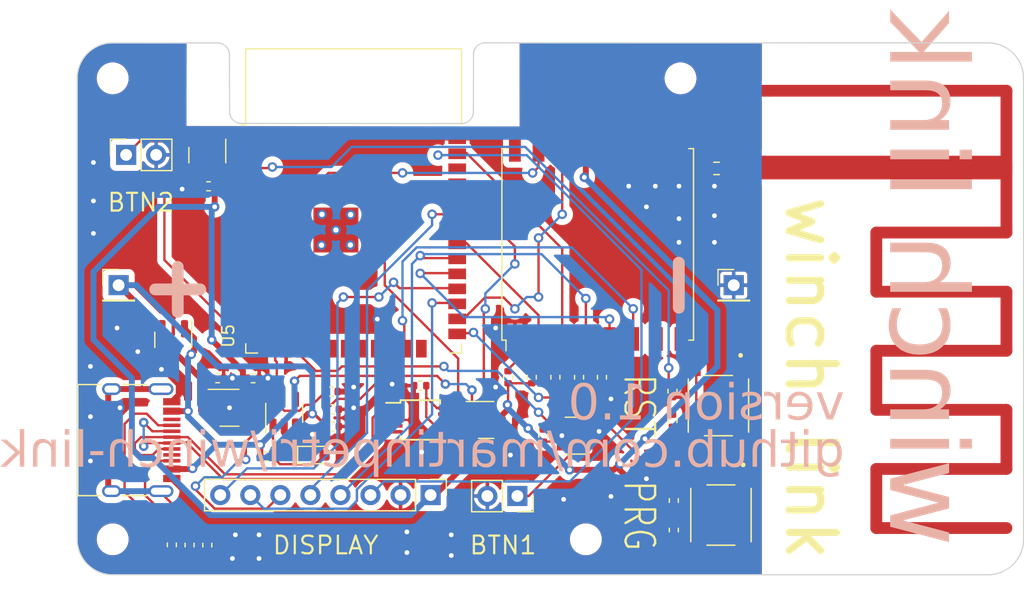
<source format=kicad_pcb>
(kicad_pcb (version 20221018) (generator pcbnew)
  (layers (0 "F.Cu" signal) (31 "B.Cu" signal) (34 "B.Paste" user) (35 "F.Paste" user) (36 "B.SilkS" user "B.Silkscreen") (37 "F.SilkS" user "F.Silkscreen") (38 "B.Mask" user) (39 "F.Mask" user) (44 "Edge.Cuts" user))
  (net 0 "")
  (net 1 "RFM_SPI_CS")
  (net 2 "SPI_MOSI")
  (net 3 "SPI_SCK")
  (net 4 "DISP_SPI_CS")
  (net 5 "RFM_RESET")
  (net 6 "Net-(U8-CE)")
  (net 7 "RFM_DIO1")
  (net 8 "RFM_DIO0")
  (net 9 "VDD")
  (net 10 "VBUS")
  (net 11 "Net-(D1-K)")
  (net 12 "GND")
  (net 13 "VBAT")
  (net 14 "RESET")
  (net 15 "Net-(J1-CC2)")
  (net 16 "Net-(J1-SHIELD)")
  (net 17 "Net-(J1-CC1)")
  (net 18 "Net-(U2-PROG)")
  (net 22 "Net-(PCB_Antenna1-ANT)")
  (net 24 "PRG_TX")
  (net 25 "PRG_RX")
  (net 29 "Net-(U3-UD-)")
  (net 30 "Net-(U3-UD+)")
  (net 40 "DISP_DC")
  (net 41 "PRG_JP")
  (net 42 "Net-(J2-Pin_1)")
  (net 50 "Net-(J3-Pin_1)")
  (net 51 "DISP_RST")
  (net 52 "DISP_BUSY")
  (net 55 "BUTTON1")
  (net 56 "BUTTON2")
  (net 59 "SPI_MISO")
  (net 60 "Net-(U1-ANT)")
  (net 61 "Net-(D1-A)")
  (net 62 "Net-(Q1-S)")
  (footprint "RF_Module:HOPERF_RFM9XW_SMD" (layer "F.Cu") (at 151.37868 99.428577 90)
    (fp_text reference "U1" hide)
    (fp_text value "RFM95W-868S2")
  )
  (footprint "Package_SO:MSOP-10_3x3mm_P0.5mm" (layer "F.Cu") (at 136.384279 114.281036)
    (fp_text reference "U3" hide)
    (fp_text value "CH340E" hide)
  )
  (footprint "Resistor_SMD:R_0402_1005Metric" (layer "F.Cu") (at 151.738967 110.665922 -90)
    (fp_text reference "R4" hide)
    (fp_text value "10k" hide)
  )
  (footprint "Resistor_SMD:R_0402_1005Metric" (layer "F.Cu") (at 147.804194 110.665922 90)
    (fp_text reference "R8" hide)
    (fp_text value "10k" hide)
  )
  (footprint "Resistor_SMD:R_0402_1005Metric" (layer "F.Cu") (at 157.814302 123.595439 90)
    (fp_text reference "R12" hide)
    (fp_text value "10k" hide)
  )
  (footprint "Resistor_SMD:R_0402_1005Metric" (layer "F.Cu") (at 157.814302 121.095439 90)
    (fp_text reference "C7" hide)
    (fp_text value "100nF" hide)
  )
  (footprint "Lora:pcb antenna" (layer "F.Cu") (at 176.431465 101.925699)
    (fp_text reference "PCB_Antenna1" hide)
    (fp_text value "~" hide)
  )
  (footprint "Resistor_SMD:R_0402_1005Metric" (layer "F.Cu") (at 157.700803 111.844517 90)
    (fp_text reference "C6" hide)
    (fp_text value "100nF" hide)
  )
  (footprint "Resistor_SMD:R_0402_1005Metric" (layer "F.Cu") (at 136.37868 111.37868 180)
    (fp_text reference "C5" hide)
    (fp_text value "100nF" hide)
  )
  (footprint "TS-1187A-B-A-B:SW_TS-1187A-B-A-B" (layer "F.Cu") (at 161.584572 113.065863 -90)
    (fp_text reference "SW1" hide)
    (fp_text value "RST")
  )
  (footprint "Package_TO_SOT_SMD:SOT-143" (layer "F.Cu") (at 149.281055 115.608982 180)
    (fp_text reference "U7" hide)
    (fp_text value "MAX6816" hide)
  )
  (footprint "TS-1187A-B-A-B:SW_TS-1187A-B-A-B" (layer "F.Cu") (at 161.798829 122.326763 -90)
    (fp_text reference "SW2" hide)
    (fp_text value "PRG" hide)
  )
  (footprint "Connector_PinHeader_2.54mm:PinHeader_1x01_P2.54mm_Vertical" (layer "F.Cu") (at 162.87868 102.87868)
    (fp_text reference "J6" hide)
    (fp_text value "BAT GND" hide)
  )
  (footprint "MountingHole:MountingHole_2.2mm_M2" (layer "F.Cu") (at 158.37868 85.37868)
    (fp_text reference "REF**" hide)
    (fp_text value "MountingHole_2.2mm_M2" hide)
  )
  (footprint "Resistor_SMD:R_0402_1005Metric" (layer "F.Cu") (at 143.804194 110.665922 90)
    (fp_text reference "R6" hide)
    (fp_text value "10k" hide)
  )
  (footprint "Resistor_SMD:R_0402_1005Metric" (layer "F.Cu") (at 116.87868 124.865121 -90)
    (fp_text reference "R1" hide)
    (fp_text value "5.11k" hide)
  )
  (footprint "LED_SMD:LED_0603_1608Metric" (layer "F.Cu") (at 127.5 117.25)
    (fp_text reference "D1" hide)
    (fp_text value "LED_Small" hide)
  )
  (footprint "Resistor_SMD:R_0402_1005Metric" (layer "F.Cu") (at 122.25 110.75)
    (fp_text reference "C11" hide)
    (fp_text value "1uF" hide)
  )
  (footprint "Connector_PinHeader_2.54mm:PinHeader_1x01_P2.54mm_Vertical" (layer "F.Cu") (at 110.87868 102.87868)
    (fp_text reference "J4" hide)
    (fp_text value "VBAT" hide)
  )
  (footprint "Resistor_SMD:R_0402_1005Metric" (layer "F.Cu") (at 123.36868 117.37868 180)
    (fp_text reference "R10" hide)
    (fp_text value "470" hide)
  )
  (footprint "Connector_PinSocket_2.54mm:PinSocket_1x02_P2.54mm_Vertical" (layer "F.Cu") (at 144.590711 120.716921 -90)
    (fp_text reference "J3" hide)
    (fp_text value "Conn_01x02_Pin" hide)
  )
  (footprint "MountingHole:MountingHole_2.2mm_M2" (layer "F.Cu") (at 110.37868 85.37868)
    (fp_text reference "REF**" hide)
    (fp_text value "MountingHole_2.2mm_M2" hide)
  )
  (footprint "RF_Module:ESP32-WROOM-32D" (layer "F.Cu") (at 130.75 98.74)
    (fp_text reference "U5")
    (fp_text value "ESP32-WROOM-32D" hide)
  )
  (footprint "Resistor_SMD:R_0402_1005Metric" (layer "F.Cu") (at 128.983209 114.831082 180)
    (fp_text reference "C4" hide)
    (fp_text value "4.7uF" hide)
  )
  (footprint "Resistor_SMD:R_0402_1005Metric" (layer "F.Cu") (at 149.804194 110.665922 90)
    (fp_text reference "R5" hide)
    (fp_text value "10k" hide)
  )
  (footprint "Resistor_SMD:R_0402_1005Metric" (layer "F.Cu") (at 128.983209 113.37868)
    (fp_text reference "C3" hide)
    (fp_text value "4.7uF" hide)
  )
  (footprint "Resistor_SMD:R_0402_1005Metric" (layer "F.Cu") (at 119.25 110.75)
    (fp_text reference "C10" hide)
    (fp_text value "1uF" hide)
  )
  (footprint "Resistor_SMD:R_0402_1005Metric" (layer "F.Cu") (at 157.700803 114.344517 90)
    (fp_text reference "R11" hide)
    (fp_text value "10k" hide)
  )
  (footprint "Resistor_SMD:R_0402_1005Metric" (layer "F.Cu") (at 128.88868 111.87868 180)
    (fp_text reference "R9" hide)
    (fp_text value "2k" hide)
  )
  (footprint "MountingHole:MountingHole_2.2mm_M2" (layer "F.Cu") (at 110.37868 124.37868)
    (fp_text reference "REF**" hide)
    (fp_text value "MountingHole_2.2mm_M2" hide)
  )
  (footprint "Resistor_SMD:R_0603_1608Metric" (layer "F.Cu") (at 161.425 93)
    (fp_text reference "R13" hide)
    (fp_text value "0R" hide)
  )
  (footprint "Package_TO_SOT_SMD:SOT-23-5" (layer "F.Cu") (at 124.880556 113.679142 90)
    (fp_text reference "U2" hide)
    (fp_text value "MCP73831-2-OT" hide)
  )
  (footprint "Resistor_SMD:R_0402_1005Metric" (layer "F.Cu") (at 118.481849 94.51)
    (fp_text reference "C9" hide)
    (fp_text value "100nF" hide)
  )
  (footprint "Resistor_SMD:R_0402_1005Metric" (layer "F.Cu") (at 145.804194 110.665922 90)
    (fp_text reference "R7" hide)
    (fp_text value "10k" hide)
  )
  (footprint "MountingHole:MountingHole_2.2mm_M2" (layer "F.Cu") (at 150.37868 124.37868)
    (fp_text reference "REF**" hide)
    (fp_text value "MountingHole_2.2mm_M2" hide)
  )
  (footprint "Connector_PinSocket_2.54mm:PinSocket_1x02_P2.54mm_Vertical" (layer "F.Cu") (at 111.514285 91.85368 90)
    (fp_text reference "J2" hide)
    (fp_text value "Conn_01x02_Pin" hide)
  )
  (footprint "ME6211:SOT-23-5" (layer "F.Cu") (at 120.25 113.25)
    (fp_text reference "U8" hide)
    (fp_text value "ME6211C33M5GN")
  )
  (footprint "Resistor_SMD:R_0402_1005Metric" (layer "F.Cu") (at 118.37868 124.86868 90)
    (fp_text reference "R2" hide)
    (fp_text value "1M" hide)
  )
  (footprint "Package_TO_SOT_SMD:SOT-23" (layer "F.Cu") (at 115.5 107.5 -90)
    (fp_text reference "D3" hide)
    (fp_text value "BAT54C" hide)
  )
  (footprint "Package_TO_SOT_SMD:SOT-143" (layer "F.Cu") (at 118.37868 91.87868 -90)
    (fp_text reference "U6" hide)
    (fp_text value "MAX6816" hide)
  )
  (footprint "Connector_USB:USB_C_Receptacle_HRO_TYPE-C-31-M-12" (layer "F.Cu") (at 111.33368 115.985517 -90)
    (fp_text reference "J1" hide)
    (fp_text value "USB_C_Receptacle_USB2.0" hide)
  )
  (footprint "Connector_PinHeader_2.54mm:PinHeader_1x08_P2.54mm_Vertical" (layer "F.Cu") (at 137.25368 120.636053 -90)
    (fp_text reference "J5" hide)
    (fp_text value "display conn" hide)
  )
  (footprint "Resistor_SMD:R_0402_1005Metric" (layer "F.Cu") (at 115.37868 124.849013 -90)
    (fp_text reference "R3" hide)
    (fp_text value "5.11k" hide)
  )
  (footprint "Package_TO_SOT_SMD:SOT-23" (layer "F.Cu") (at 141.946779 114.281036)
    (fp_text reference "Q1" hide)
    (fp_text value "AO3401A" hide)
  )
  (footprint "Resistor_SMD:R_0402_1005Metric" (layer "F.Cu") (at 146.781055 115.598982 -90)
    (fp_text reference "C8" hide)
    (fp_text value "100nF" hide)
  )
  (gr_arc (start 140.871892 88.200603) (mid 140.581351 88.903932) (end 139.87861 89.195891) (stroke (width 0.1)) (layer "Edge.Cuts"))
  (gr_line (start 107.37868 85.37868) (end 107.37868 124.37868) (stroke (width 0.1)) (layer "Edge.Cuts"))
  (gr_line (start 140.878347 83.370488) (end 140.871892 88.200603) (stroke (width 0.1)) (layer "Edge.Cuts"))
  (gr_line (start 110.37868 82.37868) (end 119.250728 82.38324) (stroke (width 0.1)) (layer "Edge.Cuts"))
  (gr_line (start 120.246017 83.376472) (end 120.262006 88.194457) (stroke (width 0.1)) (layer "Edge.Cuts"))
  (gr_arc (start 119.250728 82.38324) (mid 119.954093 82.673714) (end 120.246017 83.376472) (stroke (width 0.1)) (layer "Edge.Cuts"))
  (gr_arc (start 184.378643 82.378716) (mid 186.499975 83.257385) (end 187.378643 85.378716) (stroke (width 0.1)) (layer "Edge.Cuts"))
  (gr_arc (start 187.37868 124.37868) (mid 186.5 126.5) (end 184.37868 127.37868) (stroke (width 0.1)) (layer "Edge.Cuts"))
  (gr_line (start 141.878709 82.37064) (end 184.378643 82.378716) (stroke (width 0.1)) (layer "Edge.Cuts"))
  (gr_line (start 187.378643 85.378716) (end 187.37868 124.37868) (stroke (width 0.1)) (layer "Edge.Cuts"))
  (gr_arc (start 107.37868 85.37868) (mid 108.25736 83.25736) (end 110.37868 82.37868) (stroke (width 0.1)) (layer "Edge.Cuts"))
  (gr_arc (start 121.257294 89.187688) (mid 120.553972 88.897187) (end 120.262006 88.194457) (stroke (width 0.1)) (layer "Edge.Cuts"))
  (gr_arc (start 140.878347 83.370488) (mid 141.170464 82.662396) (end 141.878709 82.37064) (stroke (width 0.1)) (layer "Edge.Cuts"))
  (gr_arc (start 110.37868 127.37868) (mid 108.25736 126.5) (end 107.37868 124.37868) (stroke (width 0.1)) (layer "Edge.Cuts"))
  (gr_line (start 121.257294 89.187688) (end 139.87861 89.195891) (stroke (width 0.1)) (layer "Edge.Cuts"))
  (gr_line (start 184.37868 127.37868) (end 110.37868 127.37868) (stroke (width 0.1)) (layer "Edge.Cuts"))
  (gr_text "+" (at 115.87868 102.87868) (layer "B.SilkS") (effects (font (size 5 5) (thickness 1) bold)))
  (gr_text "version 1.0" (at 172.25 114.75) (layer "B.SilkS") (effects (font (size 3 3)) (justify left bottom mirror)))
  (gr_text "winch link" (at 175 125 270) (layer "B.SilkS") (effects (font (size 6.5 6.5)) (justify left bottom mirror)))
  (gr_text "github.com/martinpetri/winch-link" (at 172.25 118.75) (layer "B.SilkS") (effects (font (size 3 3)) (justify left bottom mirror)))
  (gr_text "-" (at 157.87868 102.87868 90) (layer "B.SilkS") (effects (font (size 5 5) (thickness 1) bold)))
  (gr_text "winch link" (at 169.37868 110.75 270) (layer "F.SilkS") (effects (font (size 4 4) (thickness 0.6) bold)))
  (gr_text "DISPLAY" (at 128.37868 124.87868) (layer "F.SilkS") (effects (font (size 1.5 1.5) (thickness 0.1875))))
  (gr_text "BTN2" (at 112.764285 95.87868) (layer "F.SilkS") (effects (font (size 1.5 1.5) (thickness 0.1875))))
  (gr_text "BTN1" (at 143.37868 124.87868) (layer "F.SilkS") (effects (font (size 1.5 1.5) (thickness 0.1875))))
  (gr_text "PRG" (at 154.87868 122.37868 -90) (layer "F.SilkS") (effects (font (size 2.5 2) (thickness 0.2))))
  (segment (start 149.804194 110.155922) (end 149.804194 110.003063) (width 0.2) (layer "F.Cu") (net 1))
  (segment (start 149.804194 110.003063) (end 152.37868 107.428577) (width 0.2) (layer "F.Cu") (net 1))
  (segment (start 136.37868 101.87868) (end 136.397351 101.860009) (width 0.2) (layer "F.Cu") (net 1))
  (segment (start 136.397351 101.860009) (end 139.330203 101.860009) (width 0.2) (layer "F.Cu") (net 1))
  (segment (start 152.37868 105.75) (end 152.37868 107.428577) (width 0.2) (layer "F.Cu") (net 1))
  (via (at 152.37868 105.75) (size 0.8) (drill 0.45) (layers "F.Cu" "B.Cu") (net 1))
  (via (at 136.37868 101.87868) (size 0.8) (drill 0.45) (layers "F.Cu" "B.Cu") (net 1))
  (segment (start 152.37868 105.75) (end 152.20736 105.57868) (width 0.2) (layer "B.Cu") (net 1))
  (segment (start 140.07868 105.57868) (end 136.37868 101.87868) (width 0.2) (layer "B.Cu") (net 1))
  (segment (start 152.20736 105.57868) (end 140.07868 105.57868) (width 0.2) (layer "B.Cu") (net 1))
  (segment (start 145.804194 110.155922) (end 145.804194 110.003063) (width 0.2) (layer "F.Cu") (net 2))
  (segment (start 148.37868 99.798486) (end 140.280203 91.700009) (width 0.2) (layer "F.Cu") (net 2))
  (segment (start 137.87868 91.87868) (end 139.151532 91.87868) (width 0.2) (layer "F.Cu") (net 2))
  (segment (start 148.37868 107.428577) (end 148.37868 99.798486) (width 0.2) (layer "F.Cu") (net 2))
  (segment (start 145.804194 110.003063) (end 148.37868 107.428577) (width 0.2) (layer "F.Cu") (net 2))
  (segment (start 140.280203 91.700009) (end 139.330203 91.700009) (width 0.2) (layer "F.Cu") (net 2))
  (segment (start 139.151532 91.87868) (end 139.330203 91.700009) (width 0.2) (layer "F.Cu") (net 2))
  (via (at 137.87868 91.87868) (size 0.8) (drill 0.45) (layers "F.Cu" "B.Cu") (net 2))
  (segment (start 149.021307 119.486053) (end 155.07868 113.42868) (width 0.2) (layer "B.Cu") (net 2))
  (segment (start 155.07868 101.57868) (end 145.37868 91.87868) (width 0.2) (layer "B.Cu") (net 2))
  (segment (start 155.07868 113.42868) (end 155.07868 101.57868) (width 0.2) (layer "B.Cu") (net 2))
  (segment (start 133.32368 119.486053) (end 149.021307 119.486053) (width 0.2) (layer "B.Cu") (net 2))
  (segment (start 145.37868 91.87868) (end 137.87868 91.87868) (width 0.2) (layer "B.Cu") (net 2))
  (segment (start 132.17368 120.636053) (end 133.32368 119.486053) (width 0.2) (layer "B.Cu") (net 2))
  (segment (start 136.590009 100.590009) (end 139.330203 100.590009) (width 0.2) (layer "F.Cu") (net 3))
  (segment (start 147.804194 110.155922) (end 150.37868 107.581436) (width 0.2) (layer "F.Cu") (net 3))
  (segment (start 136.37868 100.37868) (end 136.590009 100.590009) (width 0.2) (layer "F.Cu") (net 3))
  (segment (start 150.37868 104) (end 150.37868 107.428577) (width 0.2) (layer "F.Cu") (net 3))
  (segment (start 150.37868 107.581436) (end 150.37868 107.428577) (width 0.2) (layer "F.Cu") (net 3))
  (via (at 136.37868 100.37868) (size 0.8) (drill 0.45) (layers "F.Cu" "B.Cu") (net 3))
  (via (at 150.37868 104) (size 0.8) (drill 0.45) (layers "F.Cu" "B.Cu") (net 3))
  (segment (start 146.62868 100.25) (end 136.50736 100.25) (width 0.2) (layer "B.Cu") (net 3))
  (segment (start 129.63368 120.636053) (end 135.67868 114.591053) (width 0.2) (layer "B.Cu") (net 3))
  (segment (start 136.50736 100.25) (end 136.37868 100.37868) (width 0.2) (layer "B.Cu") (net 3))
  (segment (start 135.67868 114.591053) (end 135.67868 101.07868) (width 0.2) (layer "B.Cu") (net 3))
  (segment (start 150.37868 104) (end 146.62868 100.25) (width 0.2) (layer "B.Cu") (net 3))
  (segment (start 135.67868 101.07868) (end 136.37868 100.37868) (width 0.2) (layer "B.Cu") (net 3))
  (segment (start 137.37868 96.87868) (end 139.231532 96.87868) (width 0.2) (layer "F.Cu") (net 4))
  (segment (start 139.231532 96.87868) (end 139.330203 96.780009) (width 0.2) (layer "F.Cu") (net 4))
  (via (at 137.37868 96.87868) (size 0.8) (drill 0.45) (layers "F.Cu" "B.Cu") (net 4))
  (segment (start 131.87868 115.37868) (end 131.87868 103.312995) (width 0.2) (layer "B.Cu") (net 4))
  (segment (start 127.09368 120.636053) (end 127.09368 120.16368) (width 0.2) (layer "B.Cu") (net 4))
  (segment (start 127.09368 120.16368) (end 131.87868 115.37868) (width 0.2) (layer "B.Cu") (net 4))
  (segment (start 131.87868 103.312995) (end 137.37868 97.812995) (width 0.2) (layer "B.Cu") (net 4))
  (segment (start 137.37868 97.812995) (end 137.37868 96.87868) (width 0.2) (layer "B.Cu") (net 4))
  (segment (start 151.738967 110.06829) (end 154.37868 107.428577) (width 0.2) (layer "F.Cu") (net 5))
  (segment (start 151.738967 110.155922) (end 151.738967 110.06829) (width 0.2) (layer "F.Cu") (net 5))
  (segment (start 134.87868 105.87868) (end 135.030203 106.030203) (width 0.2) (layer "F.Cu") (net 5))
  (segment (start 154.37868 104.87868) (end 154.37868 107.428577) (width 0.2) (layer "F.Cu") (net 5))
  (segment (start 135.030203 106.030203) (end 135.030203 108.190009) (width 0.2) (layer "F.Cu") (net 5))
  (via (at 134.87868 105.87868) (size 0.8) (drill 0.45) (layers "F.Cu" "B.Cu") (net 5))
  (via (at 154.37868 104.87868) (size 0.8) (drill 0.45) (layers "F.Cu" "B.Cu") (net 5))
  (segment (start 136.07868 99.67868) (end 134.87868 100.87868) (width 0.2) (layer "B.Cu") (net 5))
  (segment (start 134.87868 100.87868) (end 134.87868 105.87868) (width 0.2) (layer "B.Cu") (net 5))
  (segment (start 149.17868 99.67868) (end 136.07868 99.67868) (width 0.2) (layer "B.Cu") (net 5))
  (segment (start 154.37868 104.87868) (end 149.17868 99.67868) (width 0.2) (layer "B.Cu") (net 5))
  (segment (start 118.0625 111) (end 117.023959 109.961459) (width 0.5) (layer "F.Cu") (net 6))
  (segment (start 115.5 108.4375) (end 117.023959 109.961459) (width 0.5) (layer "F.Cu") (net 6))
  (segment (start 117.847918 112.3) (end 119.1125 112.3) (width 0.5) (layer "F.Cu") (net 6))
  (segment (start 118.551472 114.2) (end 119.1125 114.2) (width 0.5) (layer "F.Cu") (net 6))
  (segment (start 117.023959 109.961459) (end 117.847918 110.785418) (width 0.5) (layer "F.Cu") (net 6))
  (segment (start 117.847918 110.785418) (end 117.847918 112.3) (width 0.5) (layer "F.Cu") (net 6))
  (segment (start 117.847918 113.496446) (end 118.551472 114.2) (width 0.5) (layer "F.Cu") (net 6))
  (segment (start 117.847918 112.3) (end 117.847918 113.496446) (width 0.5) (layer "F.Cu") (net 6))
  (segment (start 118.74 111) (end 118.0625 111) (width 0.5) (layer "F.Cu") (net 6))
  (segment (start 146.37868 91.428577) (end 146.37868 92.87868) (width 0.2) (layer "F.Cu") (net 7))
  (segment (start 122.679991 99.320009) (end 121.830203 99.320009) (width 0.2) (layer "F.Cu") (net 7))
  (segment (start 128.62132 93.37868) (end 122.679991 99.320009) (width 0.2) (layer "F.Cu") (net 7))
  (segment (start 134.87868 93.37868) (end 128.62132 93.37868) (width 0.2) (layer "F.Cu") (net 7))
  (segment (start 146.37868 92.87868) (end 145.87868 93.37868) (width 0.2) (layer "F.Cu") (net 7))
  (via (at 134.87868 93.37868) (size 0.8) (drill 0.45) (layers "F.Cu" "B.Cu") (net 7))
  (via (at 145.87868 93.37868) (size 0.8) (drill 0.45) (layers "F.Cu" "B.Cu") (net 7))
  (segment (start 145.87868 93.37868) (end 134.87868 93.37868) (width 0.2) (layer "B.Cu") (net 7))
  (segment (start 139.330203 105.670009) (end 140.097901 105.670009) (width 0.2) (layer "F.Cu") (net 8))
  (segment (start 141.836484 103.931426) (end 143.431426 103.931426) (width 0.2) (layer "F.Cu") (net 8))
  (segment (start 140.097901 105.670009) (end 141.836484 103.931426) (width 0.2) (layer "F.Cu") (net 8))
  (segment (start 148.37868 91.428577) (end 148.37868 96.87868) (width 0.2) (layer "F.Cu") (net 8))
  (segment (start 146.37868 98.87868) (end 146.37868 103.87868) (width 0.2) (layer "F.Cu") (net 8))
  (segment (start 143.431426 103.931426) (end 144.37868 104.87868) (width 0.2) (layer "F.Cu") (net 8))
  (via (at 148.37868 96.87868) (size 0.8) (drill 0.45) (layers "F.Cu" "B.Cu") (net 8))
  (via (at 146.37868 103.87868) (size 0.8) (drill 0.45) (layers "F.Cu" "B.Cu") (net 8))
  (via (at 146.37868 98.87868) (size 0.8) (drill 0.45) (layers "F.Cu" "B.Cu") (net 8))
  (via (at 144.37868 104.87868) (size 0.8) (drill 0.45) (layers "F.Cu" "B.Cu") (net 8))
  (segment (start 144.37868 104.87868) (end 145.37868 103.87868) (width 0.2) (layer "B.Cu") (net 8))
  (segment (start 146.37868 98.87868) (end 148.37868 96.87868) (width 0.2) (layer "B.Cu") (net 8))
  (segment (start 145.37868 103.87868) (end 146.37868 103.87868) (width 0.2) (layer "B.Cu") (net 8))
  (segment (start 118.991849 93.215511) (end 119.32868 92.87868) (width 0.5) (layer "F.Cu") (net 9))
  (segment (start 119.32868 92.87868) (end 120.507351 91.700009) (width 0.5) (layer "F.Cu") (net 9))
  (segment (start 142.884279 115.365721) (end 137.613947 120.636053) (width 0.5) (layer "F.Cu") (net 9))
  (segment (start 119 96.25) (end 119 94.518151) (width 0.5) (layer "F.Cu") (net 9))
  (segment (start 152.75 118.5) (end 153.25 118) (width 0.5) (layer "F.Cu") (net 9))
  (segment (start 155.375 115.875) (end 157.415483 113.834517) (width 0.5) (layer "F.Cu") (net 9))
  (segment (start 147.804194 111.175922) (end 149.804194 111.175922) (width 0.2) (layer "F.Cu") (net 9))
  (segment (start 119 94.518151) (end 118.991849 94.51) (width 0.5) (layer "F.Cu") (net 9))
  (segment (start 120.507351 91.700009) (end 121.830203 91.700009) (width 0.5) (layer "F.Cu") (net 9))
  (segment (start 149 118.5) (end 152.75 118.5) (width 0.5) (layer "F.Cu") (net 9))
  (segment (start 142.884279 114.281036) (end 142.884279 115.365721) (width 0.5) (layer "F.Cu") (net 9))
  (segment (start 149.804194 111.175922) (end 151.738967 111.175922) (width 0.2) (layer "F.Cu") (net 9))
  (segment (start 143.75 113) (end 143.804194 113.054194) (width 0.5) (layer "F.Cu") (net 9))
  (segment (start 121.3875 110.1375) (end 121.3875 112.3) (width 0.5) (layer "F.Cu") (net 9))
  (segment (start 143.804194 113.361121) (end 142.884279 114.281036) (width 0.5) (layer "F.Cu") (net 9))
  (segment (start 145.5 115) (end 145.672073 115) (width 0.2) (layer "F.Cu") (net 9))
  (segment (start 143.804194 113.054194) (end 143.804194 113.361121) (width 0.5) (layer "F.Cu") (net 9))
  (segment (start 145.804194 111.175922) (end 147.804194 111.175922) (width 0.2) (layer "F.Cu") (net 9))
  (segment (start 150.37868 91.428577) (end 150.37868 93.62132) (width 0.5) (layer "F.Cu") (net 9))
  (segment (start 143.804194 111.175922) (end 143.804194 112.945806) (width 0.2) (layer "F.Cu") (net 9))
  (segment (start 137.613947 120.636053) (end 137.25368 120.636053) (width 0.5) (layer "F.Cu") (net 9))
  (segment (start 118.75 107.5) (end 121.3875 110.1375) (width 0.5) (layer "F.Cu") (net 9))
  (segment (start 143.804194 112.945806) (end 143.75 113) (width 0.2) (layer "F.Cu") (net 9))
  (segment (start 146.781055 116.108982) (end 147.831055 116.108982) (width 0.2) (layer "F.Cu") (net 9))
  (segment (start 147.831055 116.108982) (end 148.281055 116.558982) (width 0.2) (layer "F.Cu") (net 9))
  (segment (start 157.415483 113.834517) (end 157.700803 113.834517) (width 0.5) (layer "F.Cu") (net 9))
  (segment (start 153.25 118.521137) (end 157.814302 123.085439) (width 0.5) (layer "F.Cu") (net 9))
  (segment (start 145.672073 115) (end 146.781055 116.108982) (width 0.2) (layer "F.Cu") (net 9))
  (segment (start 150.37868 93.62132) (end 150.25 93.75) (width 0.5) (layer "F.Cu") (net 9))
  (segment (start 143.804194 111.175922) (end 145.804194 111.175922) (width 0.2) (layer "F.Cu") (net 9))
  (segment (start 153.25 118) (end 153.25 118.521137) (width 0.5) (layer "F.Cu") (net 9))
  (segment (start 118.991849 94.51) (end 118.991849 93.215511) (width 0.5) (layer "F.Cu") (net 9))
  (via (at 150.25 93.75) (size 0.8) (drill 0.4) (layers "F.Cu" "B.Cu") (net 9))
  (via (at 143.75 113) (size 0.8) (drill 0.4) (layers "F.Cu" "B.Cu") (net 9))
  (via (at 149 118.5) (size 0.8) (drill 0.4) (layers "F.Cu" "B.Cu") (net 9))
  (via (at 145.5 115) (size 0.8) (drill 0.4) (layers "F.Cu" "B.Cu") (net 9))
  (via (at 118.75 107.5) (size 0.8) (drill 0.4) (layers "F.Cu" "B.Cu") (net 9))
  (via (at 155.375 115.875) (size 0.8) (drill 0.4) (layers "F.Cu" "B.Cu") (net 9))
  (via (at 153.25 118) (size 0.8) (drill 0.4) (layers "F.Cu" "B.Cu") (net 9))
  (via (at 119 96.25) (size 0.8) (drill 0.4) (layers "F.Cu" "B.Cu") (net 9))
  (segment (start 112 116.75) (end 112 110.735694) (width 0.5) (layer "B.Cu") (net 9))
  (segment (start 118.75 107.5) (end 118.75 96.5) (width 0.5) (layer "B.Cu") (net 9))
  (segment (start 143.75 113.25) (end 149 118.5) (width 0.5) (layer "B.Cu") (net 9))
  (segment (start 112.75 117.5) (end 112 116.75) (width 0.5) (layer "B.Cu") (net 9))
  (segment (start 137.25368 120.636053) (end 135.55368 122.336053) (width 0.5) (layer "B.Cu") (net 9))
  (segment (start 118.633971 122.336053) (end 113.797918 117.5) (width 0.5) (layer "B.Cu") (net 9))
  (segment (start 143.75 113) (end 143.75 113.25) (width 0.5) (layer "B.Cu") (net 9))
  (segment (start 112 110.735694) (end 108.75 107.485694) (width 0.5) (layer "B.Cu") (net 9))
  (segment (start 108.75 107.485694) (end 108.75 101.75) (width 0.5) (layer "B.Cu") (net 9))
  (segment (start 135.55368 122.336053) (end 118.633971 122.336053) (width 0.5) (layer "B.Cu") (net 9))
  (segment (start 113.797918 117.5) (end 112.75 117.5) (width 0.5) (layer "B.Cu") (net 9))
  (segment (start 161.5 109.75) (end 153.25 118) (width 0.5) (layer "B.Cu") (net 9))
  (segment (start 150.25 93.75) (end 161.5 105) (width 0.5) (layer "B.Cu") (net 9))
  (segment (start 108.75 101.75) (end 114.25 96.25) (width 0.5) (layer "B.Cu") (net 9))
  (segment (start 114.25 96.25) (end 119 96.25) (width 0.5) (layer "B.Cu") (net 9))
  (segment (start 161.5 105) (end 161.5 109.75) (width 0.5) (layer "B.Cu") (net 9))
  (segment (start 118.75 96.5) (end 119 96.25) (width 0.5) (layer "B.Cu") (net 9))
  (segment (start 117.25 107.3625) (end 116.45 106.5625) (width 0.5) (layer "F.Cu") (net 10))
  (segment (start 115.37868 118.435517) (end 117.071843 118.435517) (width 0.5) (layer "F.Cu") (net 10))
  (segment (start 117.071843 118.435517) (end 117.12868 118.37868) (width 0.5) (layer "F.Cu") (net 10))
  (segment (start 125.75 111) (end 125.75 112.461086) (width 0.5) (layer "F.Cu") (net 10))
  (segment (start 140.75 113.071757) (end 141.009279 113.331036) (width 0.2) (layer "F.Cu") (net 10))
  (segment (start 128.473209 113.37868) (end 129.353209 112.49868) (width 0.2) (layer "F.Cu") (net 10))
  (segment (start 117.024312 108.725688) (end 117.25 108.5) (width 0.5) (layer "F.Cu") (net 10))
  (segment (start 117.25 108.5) (end 117.25 107.3625) (width 0.5) (layer "F.Cu") (net 10))
  (segment (start 140.75 111.75) (end 140.75 113.071757) (width 0.2) (layer "F.Cu") (net 10))
  (segment (start 131.75 110.55) (end 137.8 110.55) (width 0.2) (layer "F.Cu") (net 10))
  (segment (start 125.75 111) (end 126.2 110.55) (width 0.2) (layer "F.Cu") (net 10))
  (segment (start 126.2 110.55) (end 131.75 110.55) (width 0.2) (layer "F.Cu") (net 10))
  (segment (start 137.8 110.55) (end 138.5 111.25) (width 0.2) (layer "F.Cu") (net 10))
  (segment (start 129.353209 112.49868) (end 131.30132 112.49868) (width 0.2) (layer "F.Cu") (net 10))
  (segment (start 116.75 113.535517) (end 115.37868 113.535517) (width 0.5) (layer "F.Cu") (net 10))
  (segment (start 131.30132 112.49868) (end 133.25 110.55) (width 0.2) (layer "F.Cu") (net 10))
  (segment (start 122.85868 117.37868) (end 122.85868 116.37868) (width 0.5) (layer "F.Cu") (net 10))
  (via (at 117.12868 118.37868) (size 0.8) (drill 0.45) (layers "F.Cu" "B.Cu") (net 10))
  (via (at 117.024312 108.725688) (size 0.8) (drill 0.45) (layers "F.Cu" "B.Cu") (net 10))
  (via (at 140.75 111.75) (size 0.8) (drill 0.4) (layers "F.Cu" "B.Cu") (net 10))
  (via (at 125.75 111) (size 0.8) (drill 0.4) (layers "F.Cu" "B.Cu") (net 10))
  (via (at 116.75 113.535517) (size 0.8) (drill 0.45) (layers "F.Cu" "B.Cu") (net 10))
  (via (at 138.5 111.25) (size 0.8) (drill 0.4) (layers "F.Cu" "B.Cu") (net 10))
  (via (at 122.85868 116.37868) (size 0.8) (drill 0.45) (layers "F.Cu" "B.Cu") (net 10))
  (segment (start 140.25 111.25) (end 140.75 111.75) (width 0.2) (layer "B.Cu") (net 10))
  (segment (start 138.5 111.25) (end 140.25 111.25) (width 0.2) (layer "B.Cu") (net 10))
  (segment (start 116.75 114) (end 119.12868 116.37868) (width 0.5) (layer "B.Cu") (net 10))
  (segment (start 117.12868 118.37868) (end 119.12868 116.37868) (width 0.5) (layer "B.Cu") (net 10))
  (segment (start 116.75 113.535517) (end 116.75 114) (width 0.5) (layer "B.Cu") (net 10))
  (segment (start 117.024312 108.725688) (end 116.75 109) (width 0.5) (layer "B.Cu") (net 10))
  (segment (start 119.12868 116.37868) (end 122.85868 116.37868) (width 0.5) (layer "B.Cu") (net 10))
  (segment (start 122.85868 116.37868) (end 125.75 113.48736) (width 0.5) (layer "B.Cu") (net 10))
  (segment (start 125.75 113.48736) (end 125.75 111) (width 0.5) (layer "B.Cu") (net 10))
  (segment (start 116.75 109) (end 116.75 113.535517) (width 0.5) (layer "B.Cu") (net 10))
  (segment (start 126.7125 117.25) (end 125 117.25) (width 0.2) (layer "F.Cu") (net 11))
  (segment (start 123.930556 116.180556) (end 123.930556 114.816642) (width 0.2) (layer "F.Cu") (net 11))
  (segment (start 125 117.25) (end 123.930556 116.180556) (width 0.2) (layer "F.Cu") (net 11))
  (segment (start 163.673829 119.326763) (end 163.673829 125.326763) (width 0.2) (layer "F.Cu") (net 12))
  (segment (start 115.96368 112.150517) (end 115.37868 112.735517) (width 0.5) (layer "F.Cu") (net 12))
  (segment (start 147.061164 115.088982) (end 147.381164 115.408982) (width 0.5) (layer "F.Cu") (net 12))
  (segment (start 157.814302 121.605439) (end 157.686987 121.605439) (width 0.5) (layer "F.Cu") (net 12))
  (segment (start 135.86868 113.88132) (end 135.86868 111.37868) (width 0.2) (layer "F.Cu") (net 12))
  (segment (start 119.76 110.75) (end 120.5 110.75) (width 0.2) (layer "F.Cu") (net 12))
  (segment (start 148.149316 115.408982) (end 148.350012 115.609678) (width 0.5) (layer "F.Cu") (net 12))
  (segment (start 146.781055 115.088982) (end 147.061164 115.088982) (width 0.5) (layer "F.Cu") (net 12))
  (segment (start 120.143163 124) (end 115.37868 119.235517) (width 0.5) (layer "F.Cu") (net 12))
  (segment (start 134.184279 114.281036) (end 135.468964 114.281036) (width 0.2) (layer "F.Cu") (net 12))
  (segment (start 120.75 124) (end 120.143163 124) (width 0.5) (layer "F.Cu") (net 12))
  (segment (start 155.5 119.418452) (end 155.5 119.25) (width 0.5) (layer "F.Cu") (net 12))
  (segment (start 163.673829 119.326763) (end 163.673829 116.28012) (width 0.2) (layer "F.Cu") (net 12))
  (segment (start 114.691666 110) (end 115.96368 111.272014) (width 0.5) (layer "F.Cu") (net 12))
  (segment (start 126.75 116) (end 127.25 115.5) (width 0.5) (layer "F.Cu") (net 12))
  (segment (start 124.880556 114.816642) (end 124.880556 115.37767) (width 0.5) (layer "F.Cu") (net 12))
  (segment (start 130.37132 111.87868) (end 130.75 111.5) (width 0.5) (layer "F.Cu") (net 12))
  (segment (start 129.39868 111.87868) (end 130.37132 111.87868) (width 0.5) (layer "F.Cu") (net 12))
  (segment (start 122.76 110.75) (end 123.5 110.75) (width 0.2) (layer "F.Cu") (net 12))
  (segment (start 147.381164 115.408982) (end 148.149316 115.408982) (width 0.5) (layer "F.Cu") (net 12))
  (segment (start 135.468964 114.281036) (end 135.86868 113.88132) (width 0.2) (layer "F.Cu") (net 12))
  (segment (start 127.25 115.5) (end 126.970858 115.779142) (width 0.2) (layer "F.Cu") (net 12))
  (segment (start 125.502886 116) (end 126.75 116) (width 0.5) (layer "F.Cu") (net 12))
  (segment (start 124.880556 115.165538) (end 124.880556 114.816642) (width 0.2) (layer "F.Cu") (net 12))
  (segment (start 114.5 110) (end 114.691666 110) (width 0.5) (layer "F.Cu") (net 12))
  (segment (start 164.817293 86.427869) (end 164.745162 86.5) (width 0.75) (layer "F.Cu") (net 12))
  (segment (start 163.459572 110.065863) (end 163.459572 116.065863) (width 0.2) (layer "F.Cu") (net 12))
  (segment (start 157.686987 121.605439) (end 155.5 119.418452) (width 0.5) (layer "F.Cu") (net 12))
  (segment (start 115.96368 111.272014) (end 115.96368 112.150517) (width 0.5) (layer "F.Cu") (net 12))
  (segment (start 124.880556 115.37767) (end 125.502886 116) (width 0.5) (layer "F.Cu") (net 12))
  (segment (start 163.673829 116.28012) (end 163.459572 116.065863) (width 0.2) (layer "F.Cu") (net 12))
  (via (at 134 111.25) (size 0.8) (drill 0.4) (layers "F.Cu" "B.Cu") (net 12))
  (via (at 114.5 110) (size 0.8) (drill 0.4) (layers "F.Cu" "B.Cu") (net 12))
  (via (at 161.25 99.25) (size 0.8) (drill 0.4) (layers "F.Cu" "B.Cu") (net 12))
  (via (at 139 124) (size 0.8) (drill 0.4) (layers "F.Cu" "B.Cu") (net 12))
  (via (at 154 94.5) (size 0.8) (drill 0.4) (layers "F.Cu" "B.Cu") (net 12))
  (via (at 120.25 113.25) (size 0.8) (drill 0.4) (layers "F.Cu" "B.Cu") (net 12))
  (via (at 158.25 97.25) (size 0.8) (drill 0.4) (layers "F.Cu" "B.Cu") (net 12))
  (via (at 130.75 113.25) (size 0.8) (drill 0.4) (layers "F.Cu" "B.Cu") (net 12))
  (via (at 142.75 106.5) (size 0.8) (drill 0.4) (layers "F.Cu" "B.Cu") (net 12))
  (via (at 148.350012 115.609678) (size 0.8) (drill 0.4) (layers "F.Cu" "B.Cu") (net 12))
  (via (at 152.5 112.5) (size 0.8) (drill 0.4) (layers "F.Cu" "B.Cu") (net 12))
  (via (at 161.25 97) (size 0.8) (drill 0.4) (layers "F.Cu" "B.Cu") (net 12))
  (via (at 123.5 110.75) (size 0.8) (drill 0.4) (layers "F.Cu" "B.Cu") (net 12))
  (via (at 108.75 95.75) (size 0.8) (drill 0.4) (layers "F.Cu" "B.Cu") (net 12))
  (via (at 108.75 98.5) (size 0.8) (drill 0.4) (layers "F.Cu" "B.Cu") (net 12))
  (via (at 108.5 117.75) (size 0.8) (drill 0.4) (layers "F.Cu" "B.Cu") (net 12))
  (via (at 120.75 124) (size 0.8) (drill 0.4) (layers "F.Cu" "B.Cu") (net 12))
  (via (at 148.5 121) (size 0.8) (drill 0.4) (layers "F.Cu" "B.Cu") (net 12))
  (via (at 132.75 105.75) (size 0.8) (drill 0.4) (layers "F.Cu" "B.Cu") (net 12))
  (via (at 136.5 117) (size 0.8) (drill 0.4) (layers "F.Cu" "B.Cu") (net 12))
  (via (at 135.25 123.75) (size 0.8) (drill 0.4) (layers "F.Cu" "B.Cu") (net 12))
  (via (at 122.75 124) (size 0.8) (drill 0.4) (layers "F.Cu" "B.Cu") (net 12))
  (via (at 155.5 119.25) (size 0.8) (drill 0.4) (layers "F.Cu" "B.Cu") (net 12))
  (via (at 158.25 99.25) (size 0.8) (drill 0.4) (layers "F.Cu" "B.Cu") (net 12))
  (via (at 144 117.25) (size 0.8) (drill 0.4) (layers "F.Cu" "B.Cu") (net 12))
  (via (at 139 125.75) (size 0.8) (drill 0.4) (layers "F.Cu" "B.Cu") (net 12))
  (via (at 108.5 114) (size 0.8) (drill 0.4) (layers "F.Cu" "B.Cu") (net 12))
  (via (at 152.5 120.75) (size 0.8) (drill 0.4) (layers "F.Cu" "B.Cu") (net 12))
  (via (at 116.25 94.75) (size 0.8) (drill 0.4) (layers "F.Cu" "B.Cu") (net 12))
  (via (at 110.75 106.5) (size 0.8) (drill 0.4) (layers "F.Cu" "B.Cu") (net 12))
  (via (at 120.5 110.75) (size 0.8) (drill 0.4) (layers "F.Cu" "B.Cu") (net 12))
  (via (at 120.5 126) (size 0.8) (drill 0.4) (layers "F.Cu" "B.Cu") (net 12))
  (via (at 161.25 94.5) (size 0.8) (drill 0.4) (layers "F.Cu" "B.Cu") (net 12))
  (via (at 108.75 92.5) (size 0.8) (drill 0.4) (layers "F.Cu" "B.Cu") (net 12))
  (via (at 142.75 111.5) (size 0.8) (drill 0.4) (layers "F.Cu" "B.Cu") (net 12))
  (via (at 112.5 108.5) (size 0.8) (drill 0.4) (layers "F.Cu" "B.Cu") (net 12))
  (via (at 130.75 111.5) (size 0.8) (drill 0.4) (layers "F.Cu" "B.Cu") (net 12))
  (via (at 155.5 96.25) (size 0.8) (drill 0.4) (layers "F.Cu" "B.Cu") (net 12))
  (via (at 158.25 94.5) (size 0.8) (drill 0.4) (layers "F.Cu" "B.Cu") (net 12))
  (via (at 111 113.25) (size 0.8) (drill 0.4) (layers "F.Cu" "B.Cu") (net 12))
  (via (at 127.25 115.5) (size 0.8) (drill 0.4) (layers "F.Cu" "B.Cu") (net 12))
  (via (at 108.5 109.75) (size 0.8) (drill 0.4) (layers "F.Cu" "B.Cu") (net 12))
  (via (at 151.5 115.25) (size 0.8) (drill 0.4) (layers "F.Cu" "B.Cu") (net 12))
  (via (at 122.75 126) (size 0.8) (drill 0.4) (layers "F.Cu" "B.Cu") (net 12))
  (via (at 156.25 94.5) (size 0.8) (drill 0.4) (layers "F.Cu" "B.Cu") (net 12))
  (via (at 135.25 125.5) (size 0.8) (drill 0.4) (layers "F.Cu" "B.Cu") (net 12))
  (segment (start 127.25 113.75) (end 126.897198 113.75) (width 0.5) (layer "F.Cu") (net 13))
  (segment (start 126.897198 113.75) (end 125.830556 114.816642) (width 0.5) (layer "F.Cu") (net 13))
  (segment (start 127.25 113.75) (end 127.392127 113.75) (width 0.25) (layer "F.Cu") (net 13))
  (segment (start 127.392127 113.75) (end 128.473209 114.831082) (width 0.25) (layer "F.Cu") (net 13))
  (segment (start 114.55 106.55) (end 114.55 106.5625) (width 0.5) (layer "F.Cu") (net 13))
  (segment (start 110.87868 102.87868) (end 114.55 106.55) (width 0.5) (layer "F.Cu") (net 13))
  (via (at 127.25 113.75) (size 0.8) (drill 0.45) (layers "F.Cu" "B.Cu") (net 13))
  (segment (start 126.75 109.75) (end 119.25 109.75) (width 0.5) (layer "B.Cu") (net 13))
  (segment (start 127.25 113.75) (end 127.25 110.25) (width 0.5) (layer "B.Cu") (net 13))
  (segment (start 119.25 109.75) (end 112.37868 102.87868) (width 0.5) (layer "B.Cu") (net 13))
  (segment (start 127.25 110.25) (end 126.75 109.75) (width 0.5) (layer "B.Cu") (net 13))
  (segment (start 112.37868 102.87868) (end 110.87868 102.87868) (width 0.5) (layer "B.Cu") (net 13))
  (segment (start 158.969457 110.065863) (end 157.700803 111.334517) (width 0.2) (layer "F.Cu") (net 14))
  (segment (start 159.709572 110.065863) (end 158.969457 110.065863) (width 0.2) (layer "F.Cu") (net 14))
  (segment (start 157.37868 111.012394) (end 157.700803 111.334517) (width 0.2) (layer "F.Cu") (net 14))
  (segment (start 123.787351 92.970009) (end 123.87868 92.87868) (width 0.2) (layer "F.Cu") (net 14))
  (segment (start 158.912149 116.065863) (end 159.709572 116.065863) (width 0.2) (layer "F.Cu") (net 14))
  (segment (start 157.37868 109.87868) (end 157.37868 111.012394) (width 0.2) (layer "F.Cu") (net 14))
  (segment (start 157.700803 114.854517) (end 158.912149 116.065863) (width 0.2) (layer "F.Cu") (net 14))
  (segment (start 121.830203 92.970009) (end 123.787351 92.970009) (width 0.2) (layer "F.Cu") (net 14))
  (segment (start 159.709572 110.065863) (end 159.709572 116.065863) (width 0.2) (layer "F.Cu") (net 14))
  (via (at 157.37868 109.87868) (size 0.8) (drill 0.45) (layers "F.Cu" "B.Cu") (net 14))
  (via (at 123.87868 92.87868) (size 0.8) (drill 0.45) (layers "F.Cu" "B.Cu") (net 14))
  (segment (start 145.244365 91.17868) (end 157.37868 103.312995) (width 0.2) (layer "B.Cu") (net 14))
  (segment (start 123.87868 92.87868) (end 128.87868 92.87868) (width 0.2) (layer "B.Cu") (net 14))
  (segment (start 128.87868 92.87868) (end 130.57868 91.17868) (width 0.2) (layer "B.Cu") (net 14))
  (segment (start 130.57868 91.17868) (end 145.244365 91.17868) (width 0.2) (layer "B.Cu") (net 14))
  (segment (start 157.37868 103.312995) (end 157.37868 109.87868) (width 0.2) (layer "B.Cu") (net 14))
  (segment (start 113.11368 118.64368) (end 114.021843 117.735517) (width 0.2) (layer "F.Cu") (net 15))
  (segment (start 116.87868 124.355121) (end 116.831913 124.355121) (width 0.2) (layer "F.Cu") (net 15))
  (segment (start 113.11368 120.636888) (end 113.11368 118.64368) (width 0.2) (layer "F.Cu") (net 15))
  (segment (start 116.831913 124.355121) (end 113.11368 120.636888) (width 0.2) (layer "F.Cu") (net 15))
  (segment (start 114.021843 117.735517) (end 115.37868 117.735517) (width 0.2) (layer "F.Cu") (net 15))
  (segment (start 110.28368 111.665517) (end 110.05 111.899197) (width 0.2) (layer "F.Cu") (net 16))
  (segment (start 110.05 120.071837) (end 110.28368 120.305517) (width 0.2) (layer "F.Cu") (net 16))
  (segment (start 110 120.021837) (end 110.05 120.071837) (width 0.5) (layer "F.Cu") (net 16))
  (segment (start 110 111.949197) (end 110 120.021837) (width 0.5) (layer "F.Cu") (net 16))
  (segment (start 114.46368 120.305517) (end 114.46368 120.44368) (width 0.2) (layer "F.Cu") (net 16))
  (segment (start 110.28368 111.665517) (end 114.46368 111.665517) (width 0.5) (layer "F.Cu") (net 16))
  (segment (start 114.46368 120.44368) (end 118.37868 124.35868) (width 0.2) (layer "F.Cu") (net 16))
  (segment (start 110.05 111.899197) (end 110 111.949197) (width 0.5) (layer "F.Cu") (net 16))
  (segment (start 114.46368 120.305517) (end 110.28368 120.305517) (width 0.5) (layer "B.Cu") (net 16))
  (segment (start 112.25 113.75) (end 113.25 113.75) (width 0.2) (layer "F.Cu") (net 17))
  (segment (start 111.38368 114.61632) (end 112.25 113.75) (width 0.2) (layer "F.Cu") (net 17))
  (segment (start 111.38368 120.344013) (end 111.38368 114.61632) (width 0.2) (layer "F.Cu") (net 17))
  (segment (start 113.25 113.75) (end 114.235517 114.735517) (width 0.2) (layer "F.Cu") (net 17))
  (segment (start 115.37868 124.339013) (end 111.38368 120.344013) (width 0.2) (layer "F.Cu") (net 17))
  (segment (start 114.235517 114.735517) (end 115.37868 114.735517) (width 0.2) (layer "F.Cu") (net 17))
  (segment (start 124.893056 113.504142) (end 123.930556 112.541642) (width 0.2) (layer "F.Cu") (net 18))
  (segment (start 127.25736 113) (end 126.671094 113) (width 0.2) (layer "F.Cu") (net 18))
  (segment (start 128.37868 111.87868) (end 127.25736 113) (width 0.2) (layer "F.Cu") (net 18))
  (segment (start 126.671094 113) (end 126.166952 113.504142) (width 0.2) (layer "F.Cu") (net 18))
  (segment (start 126.166952 113.504142) (end 124.893056 113.504142) (width 0.2) (layer "F.Cu") (net 18))
  (segment (start 163.856465 93) (end 163.856465 92.925699) (width 0.75) (layer "F.Cu") (net 22))
  (segment (start 162.25 93) (end 163.856465 93) (width 0.75) (layer "F.Cu") (net 22))
  (segment (start 133.37868 96.37868) (end 135.517351 94.240009) (width 0.2) (layer "F.Cu") (net 24))
  (segment (start 135.517351 94.240009) (end 139.330203 94.240009) (width 0.2) (layer "F.Cu") (net 24))
  (segment (start 138.584279 113.781036) (end 139.534279 113.781036) (width 0.2) (layer "F.Cu") (net 24))
  (segment (start 139.584279 109.084279) (end 133.37868 102.87868) (width 0.2) (layer "F.Cu") (net 24))
  (segment (start 133.37868 102.87868) (end 133.37868 96.37868) (width 0.2) (layer "F.Cu") (net 24))
  (segment (start 139.534279 113.781036) (end 139.584279 113.731036) (width 0.2) (layer "F.Cu") (net 24))
  (segment (start 139.584279 113.731036) (end 139.584279 109.084279) (width 0.2) (layer "F.Cu") (net 24))
  (segment (start 141.433175 114.281036) (end 138.584279 114.281036) (width 0.2) (layer "F.Cu") (net 25))
  (segment (start 141.87868 104.87918) (end 141.75 105.00786) (width 0.2) (layer "F.Cu") (net 25))
  (segment (start 141.75 112.697861) (end 142.046779 112.99464) (width 0.2) (layer "F.Cu") (net 25))
  (segment (start 142.046779 112.99464) (end 142.046779 113.667432) (width 0.2) (layer "F.Cu") (net 25))
  (segment (start 142.046779 113.667432) (end 141.433175 114.281036) (width 0.2) (layer "F.Cu") (net 25))
  (segment (start 144.37868 99.608486) (end 144.37868 101.07818) (width 0.2) (layer "F.Cu") (net 25))
  (segment (start 141.75 105.00786) (end 141.75 112.697861) (width 0.2) (layer "F.Cu") (net 25))
  (segment (start 139.330203 95.510009) (end 140.280203 95.510009) (width 0.2) (layer "F.Cu") (net 25))
  (segment (start 140.280203 95.510009) (end 144.37868 99.608486) (width 0.2) (layer "F.Cu") (net 25))
  (via (at 144.37868 101.07818) (size 0.8) (drill 0.45) (layers "F.Cu" "B.Cu") (net 25))
  (via (at 141.87868 104.87918) (size 0.8) (drill 0.45) (layers "F.Cu" "B.Cu") (net 25))
  (segment (start 141.87868 104.87918) (end 141.87868 103.57818) (width 0.2) (layer "B.Cu") (net 25))
  (segment (start 141.87868 103.57818) (end 144.37868 101.07818) (width 0.2) (layer "B.Cu") (net 25))
  (segment (start 115.37868 116.235517) (end 115.42868 116.185517) (width 0.2) (layer "F.Cu") (net 29))
  (segment (start 113.735517 115.235517) (end 115.37868 115.235517) (width 0.2) (layer "F.Cu") (net 29))
  (segment (start 113 114.5) (end 113.735517 115.235517) (width 0.2) (layer "F.Cu") (net 29))
  (segment (start 116.619831 116.185517) (end 119.712995 119.27868) (width 0.2) (layer "F.Cu") (net 29))
  (segment (start 132.75 114.265315) (end 133.234279 113.781036) (width 0.2) (layer "F.Cu") (net 29))
  (segment (start 133.234279 113.781036) (end 134.184279 113.781036) (width 0.2) (layer "F.Cu") (net 29))
  (segment (start 113 116.5) (end 113.264483 116.235517) (width 0.2) (layer "F.Cu") (net 29))
  (segment (start 115.42868 116.185517) (end 116.619831 116.185517) (width 0.2) (layer "F.Cu") (net 29))
  (segment (start 119.712995 119.27868) (end 129.537006 119.27868) (width 0.2) (layer "F.Cu") (net 29))
  (segment (start 113.264483 116.235517) (end 115.37868 116.235517) (width 0.2) (layer "F.Cu") (net 29))
  (segment (start 132.75 116.065686) (end 132.75 114.265315) (width 0.2) (layer "F.Cu") (net 29))
  (segment (start 129.537006 119.27868) (end 132.75 116.065686) (width 0.2) (layer "F.Cu") (net 29))
  (via (at 113 114.5) (size 0.8) (drill 0.4) (layers "F.Cu" "B.Cu") (net 29))
  (via (at 113 116.5) (size 0.8) (drill 0.4) (layers "F.Cu" "B.Cu") (net 29))
  (segment (start 113 114.5) (end 113 116.5) (width 0.2) (layer "B.Cu") (net 29))
  (segment (start 113.75 117.25) (end 114.264483 116.735517) (width 0.2) (layer "F.Cu") (net 30))
  (segment (start 133.168593 113.281036) (end 134.184279 113.281036) (width 0.2) (layer "F.Cu") (net 30))
  (segment (start 129.37132 118.87868) (end 132.35 115.9) (width 0.2) (layer "F.Cu") (net 30))
  (segment (start 112.75 117.25) (end 113.75 117.25) (width 0.2) (layer "F.Cu") (net 30))
  (segment (start 119.87868 118.87868) (end 129.37132 118.87868) (width 0.2) (layer "F.Cu") (net 30))
  (segment (start 112.774533 115.735517) (end 112.25 116.26005) (width 0.2) (layer "F.Cu") (net 30))
  (segment (start 132.35 115.9) (end 132.35 114.099629) (width 0.2) (layer "F.Cu") (net 30))
  (segment (start 115.37868 115.735517) (end 116.735517 115.735517) (width 0.2) (layer "F.Cu") (net 30))
  (segment (start 115.37868 115.735517) (end 112.774533 115.735517) (width 0.2) (layer "F.Cu") (net 30))
  (segment (start 132.35 114.099629) (end 133.168593 113.281036) (width 0.2) (layer "F.Cu") (net 30))
  (segment (start 114.264483 116.735517) (end 115.37868 116.735517) (width 0.2) (layer "F.Cu") (net 30))
  (segment (start 112.25 116.26005) (end 112.25 116.75) (width 0.2) (layer "F.Cu") (net 30))
  (segment (start 112.25 116.75) (end 112.75 117.25) (width 0.2) (layer "F.Cu") (net 30))
  (segment (start 116.735517 115.735517) (end 119.87868 118.87868) (width 0.2) (layer "F.Cu") (net 30))
  (segment (start 124.25 109.369806) (end 124.120203 109.240009) (width 0.2) (layer "F.Cu") (net 40))
  (segment (start 121.62868 116.152061) (end 123.330556 114.450185) (width 0.2) (layer "F.Cu") (net 40))
  (segment (start 124.25 111.25) (end 124.25 109.369806) (width 0.2) (layer "F.Cu") (net 40))
  (segment (start 124.140009 107.140009) (end 122.670009 105.670009) (width 0.2) (layer "F.Cu") (net 40))
  (segment (start 123.920858 111.579142) (end 124.25 111.25) (width 0.2) (layer "F.Cu") (net 40))
  (segment (start 123.59416 111.579142) (end 123.920858 111.579142) (width 0.2) (layer "F.Cu") (net 40))
  (segment (start 117.37868 120.167399) (end 118.997334 121.786053) (width 0.2) (layer "F.Cu") (net 40))
  (segment (start 124.120203 109.240009) (end 124.120203 107.159815) (width 0.2) (layer "F.Cu") (net 40))
  (segment (start 121.62868 117.62868) (end 121.62868 116.152061) (width 0.2) (layer "F.Cu") (net 40))
  (segment (start 124.120203 107.159815) (end 124.140009 107.140009) (width 0.2) (layer "F.Cu") (net 40))
  (segment (start 123.330556 111.842746) (end 123.59416 111.579142) (width 0.2) (layer "F.Cu") (net 40))
  (segment (start 122.670009 105.670009) (end 121.830203 105.670009) (width 0.2) (layer "F.Cu") (net 40))
  (segment (start 123.330556 114.450185) (end 123.330556 111.842746) (width 0.2) (layer "F.Cu") (net 40))
  (segment (start 118.997334 121.786053) (end 123.40368 121.786053) (width 0.2) (layer "F.Cu") (net 40))
  (segment (start 117.37868 119.87868) (end 117.37868 120.167399) (width 0.2) (layer "F.Cu") (net 40))
  (segment (start 123.40368 121.786053) (end 124.55368 120.636053) (width 0.2) (layer "F.Cu") (net 40))
  (via (at 121.62868 117.62868) (size 0.8) (drill 0.45) (layers "F.Cu" "B.Cu") (net 40))
  (via (at 117.37868 119.87868) (size 0.8) (drill 0.45) (layers "F.Cu" "B.Cu") (net 40))
  (segment (start 118.12868 119.12868) (end 119.62868 119.12868) (width 0.2) (layer "B.Cu") (net 40))
  (segment (start 119.62868 119.12868) (end 121.12868 117.62868) (width 0.2) (layer "B.Cu") (net 40))
  (segment (start 121.12868 117.62868) (end 121.62868 117.62868) (width 0.2) (layer "B.Cu") (net 40))
  (segment (start 117.37868 119.87868) (end 118.12868 119.12868) (width 0.2) (layer "B.Cu") (net 40))
  (segment (start 159.035626 125.326763) (end 159.923829 125.326763) (width 0.2) (layer "F.Cu") (net 41))
  (segment (start 149.87868 112.37868) (end 156.826763 119.326763) (width 0.2) (layer "F.Cu") (net 41))
  (segment (start 158.87868 119.326763) (end 159.923829 119.326763) (width 0.2) (layer "F.Cu") (net 41))
  (segment (start 140.817351 106.940009) (end 140.87868 106.87868) (width 0.2) (layer "F.Cu") (net 41))
  (segment (start 156.826763 119.326763) (end 158.87868 119.326763) (width 0.2) (layer "F.Cu") (net 41))
  (segment (start 146.37868 112.37868) (end 149.87868 112.37868) (width 0.2) (layer "F.Cu") (net 41))
  (segment (start 157.814302 120.585439) (end 157.814302 120.391141) (width 0.2) (layer "F.Cu") (net 41))
  (segment (start 139.330203 106.940009) (end 140.817351 106.940009) (width 0.2) (layer "F.Cu") (net 41))
  (segment (start 157.814302 124.105439) (end 159.035626 125.326763) (width 0.2) (layer "F.Cu") (net 41))
  (segment (start 157.814302 120.391141) (end 158.87868 119.326763) (width 0.2) (layer "F.Cu") (net 41))
  (segment (start 159.923829 119.326763) (end 159.923829 125.326763) (width 0.2) (layer "F.Cu") (net 41))
  (via (at 146.37868 112.37868) (size 0.8) (drill 0.45) (layers "F.Cu" "B.Cu") (net 41))
  (via (at 140.87868 106.87868) (size 0.8) (drill 0.45) (layers "F.Cu" "B.Cu") (net 41))
  (segment (start 140.87868 106.87868) (end 146.37868 112.37868) (width 0.2) (layer "B.Cu") (net 41))
  (segment (start 117.25368 90.70368) (end 117.42868 90.87868) (width 0.2) (layer "F.Cu") (net 42))
  (segment (start 112.664285 90.70368) (end 117.25368 90.70368) (width 0.2) (layer "F.Cu") (net 42))
  (segment (start 111.514285 91.85368) (end 112.664285 90.70368) (width 0.2) (layer "F.Cu") (net 42))
  (segment (start 145.540439 120.716921) (end 144.590711 120.716921) (width 0.2) (layer "F.Cu") (net 50))
  (segment (start 148.931055 116.008982) (end 148.931055 117.326305) (width 0.2) (layer "F.Cu") (net 50))
  (segment (start 150.281055 114.658982) (end 148.931055 116.008982) (width 0.2) (layer "F.Cu") (net 50))
  (segment (start 148.931055 117.326305) (end 145.540439 120.716921) (width 0.2) (layer "F.Cu") (net 50))
  (segment (start 139.308874 104.37868) (end 139.330203 104.400009) (width 0.2) (layer "F.Cu") (net 51))
  (segment (start 137.37868 104.37868) (end 139.308874 104.37868) (width 0.2) (layer "F.Cu") (net 51))
  (via (at 137.37868 104.37868) (size 0.8) (drill 0.45) (layers "F.Cu" "B.Cu") (net 51))
  (segment (start 131.02368 120.159707) (end 137.37868 113.804707) (width 0.2) (layer "B.Cu") (net 51))
  (segment (start 130.350026 121.786053) (end 131.02368 121.112399) (width 0.2) (layer "B.Cu") (net 51))
  (segment (start 131.02368 121.112399) (end 131.02368 120.159707) (width 0.2) (layer "B.Cu") (net 51))
  (segment (start 122.01368 120.636053) (end 123.16368 121.786053) (width 0.2) (layer "B.Cu") (net 51))
  (segment (start 123.16368 121.786053) (end 130.350026 121.786053) (width 0.2) (layer "B.Cu") (net 51))
  (segment (start 137.37868 113.804707) (end 137.37868 104.37868) (width 0.2) (layer "B.Cu") (net 51))
  (segment (start 134.123302 102.634058) (end 134.619253 103.130009) (width 0.2) (layer "F.Cu") (net 52))
  (segment (start 129.87868 103.87868) (end 132.87868 103.87868) (width 0.2) (layer "F.Cu") (net 52))
  (segment (start 134.619253 103.130009) (end 139.330203 103.130009) (width 0.2) (layer "F.Cu") (net 52))
  (via (at 132.87868 103.87868) (size 0.8) (drill 0.45) (layers "F.Cu" "B.Cu") (net 52))
  (via (at 129.87868 103.87868) (size 0.8) (drill 0.45) (layers "F.Cu" "B.Cu") (net 52))
  (via (at 134.123302 102.634058) (size 0.8) (drill 0.45) (layers "F.Cu" "B.Cu") (net 52))
  (segment (start 129.37868 116.37868) (end 127.37868 118.37868) (width 0.2) (layer "B.Cu") (net 52))
  (segment (start 121.731053 118.37868) (end 119.47368 120.636053) (width 0.2) (layer "B.Cu") (net 52))
  (segment (start 129.87868 103.87868) (end 129.37868 104.37868) (width 0.2) (layer "B.Cu") (net 52))
  (segment (start 129.37868 104.37868) (end 129.37868 116.37868) (width 0.2) (layer "B.Cu") (net 52))
  (segment (start 134.123302 102.634058) (end 132.87868 103.87868) (width 0.2) (layer "B.Cu") (net 52))
  (segment (start 127.37868 118.37868) (end 121.731053 118.37868) (width 0.2) (layer "B.Cu") (net 52))
  (segment (start 114.75 94.25) (end 114.75 100.75) (width 0.2) (layer "F.Cu") (net 55))
  (segment (start 117.42868 92.87868) (end 116.12132 92.87868) (width 0.2) (layer "F.Cu") (net 55))
  (segment (start 116.12132 92.87868) (end 114.75 94.25) (width 0.2) (layer "F.Cu") (net 55))
  (segment (start 120.940009 106.940009) (end 121.830203 106.940009) (width 0.2) (layer "F.Cu") (net 55))
  (segment (start 114.75 100.75) (end 120.940009 106.940009) (width 0.2) (layer "F.Cu") (net 55))
  (segment (start 147.408982 114.658982) (end 148.281055 114.658982) (width 0.2) (layer "F.Cu") (net 56))
  (segment (start 127.548874 110.12868) (end 126.140203 108.720009) (width 0.2) (layer "F.Cu") (net 56))
  (segment (start 126.140203 108.720009) (end 126.140203 108.190009) (width 0.2) (layer "F.Cu") (net 56))
  (segment (start 146.37868 113.62868) (end 147.408982 114.658982) (width 0.2) (layer "F.Cu") (net 56))
  (segment (start 138.37868 109.75) (end 129.75 109.75) (width 0.2) (layer "F.Cu") (net 56))
  (segment (start 129.75 109.75) (end 129.37132 110.12868) (width 0.2) (layer "F.Cu") (net 56))
  (segment (start 129.37132 110.12868) (end 127.548874 110.12868) (width 0.2) (layer "F.Cu") (net 56))
  (via (at 146.37868 113.62868) (size 0.8) (drill 0.45) (layers "F.Cu" "B.Cu") (net 56))
  (via (at 138.37868 109.75) (size 0.8) (drill 0.45) (layers "F.Cu" "B.Cu") (net 56))
  (segment (start 138.37868 109.75) (end 138.75736 110.12868) (width 0.2) (layer "B.Cu") (net 56))
  (segment (start 138.75736 110.12868) (end 142.87868 110.12868) (width 0.2) (layer "B.Cu") (net 56))
  (segment (start 142.87868 110.12868) (end 146.37868 113.62868) (width 0.2) (layer "B.Cu") (net 56))
  (segment (start 146.37868 105.418486) (end 140.280203 99.320009) (width 0.2) (layer "F.Cu") (net 59))
  (segment (start 143.804194 110.155922) (end 143.804194 110.003063) (width 0.2) (layer "F.Cu") (net 59))
  (segment (start 143.804194 110.003063) (end 146.37868 107.428577) (width 0.2) (layer "F.Cu") (net 59))
  (segment (start 146.37868 107.428577) (end 146.37868 105.418486) (width 0.2) (layer "F.Cu") (net 59))
  (segment (start 140.280203 99.320009) (end 139.330203 99.320009) (width 0.2) (layer "F.Cu") (net 59))
  (segment (start 158.37868 92.37868) (end 159 93) (width 0.75) (layer "F.Cu") (net 60))
  (segment (start 158.37868 91.428577) (end 158.37868 92.37868) (width 0.75) (layer "F.Cu") (net 60))
  (segment (start 159 93) (end 160.6 93) (width 0.75) (layer "F.Cu") (net 60))
  (segment (start 123.87868 117.37868) (end 124.525 118.025) (width 0.2) (layer "F.Cu") (net 61))
  (segment (start 127.5125 118.025) (end 128.2875 117.25) (width 0.2) (layer "F.Cu") (net 61))
  (segment (start 124.525 118.025) (end 127.5125 118.025) (width 0.2) (layer "F.Cu") (net 61))
  (segment (start 140.559279 114.781036) (end 141.009279 115.231036) (width 0.2) (layer "F.Cu") (net 62))
  (segment (start 138.584279 114.781036) (end 140.559279 114.781036) (width 0.2) (layer "F.Cu") (net 62))
  (segment (start 138.584279 113.281036) (end 137.791036 113.281036) (width 0.2) (layer "F.Cu") (net 62))
  (segment (start 137.791036 113.281036) (end 136.88868 112.37868) (width 0.2) (layer "F.Cu") (net 62))
  (segment (start 137.634279 114.781036) (end 136.88868 114.035437) (width 0.2) (layer "F.Cu") (net 62))
  (segment (start 136.88868 112.37868) (end 136.88868 111.37868) (width 0.2) (layer "F.Cu") (net 62))
  (segment (start 136.88868 114.035437) (end 136.88868 112.37868) (width 0.2) (layer "F.Cu") (net 62))
  (segment (start 138.584279 114.781036) (end 137.634279 114.781036) (width 0.2) (layer "F.Cu") (net 62))
  (zone (net 12) (net_name "GND") (layers "F&B.Cu") (connect_pads (clearance 0.508)) (min_thickness 0.2) (fill yes (thermal_gap 0.3) (thermal_bridge_width 0.3))
    (polygon (pts (xy 105.25 79) (xy 165.25 78.75) (xy 165.25 128.5) (xy 105.25 128.75)))
  )
)
</source>
